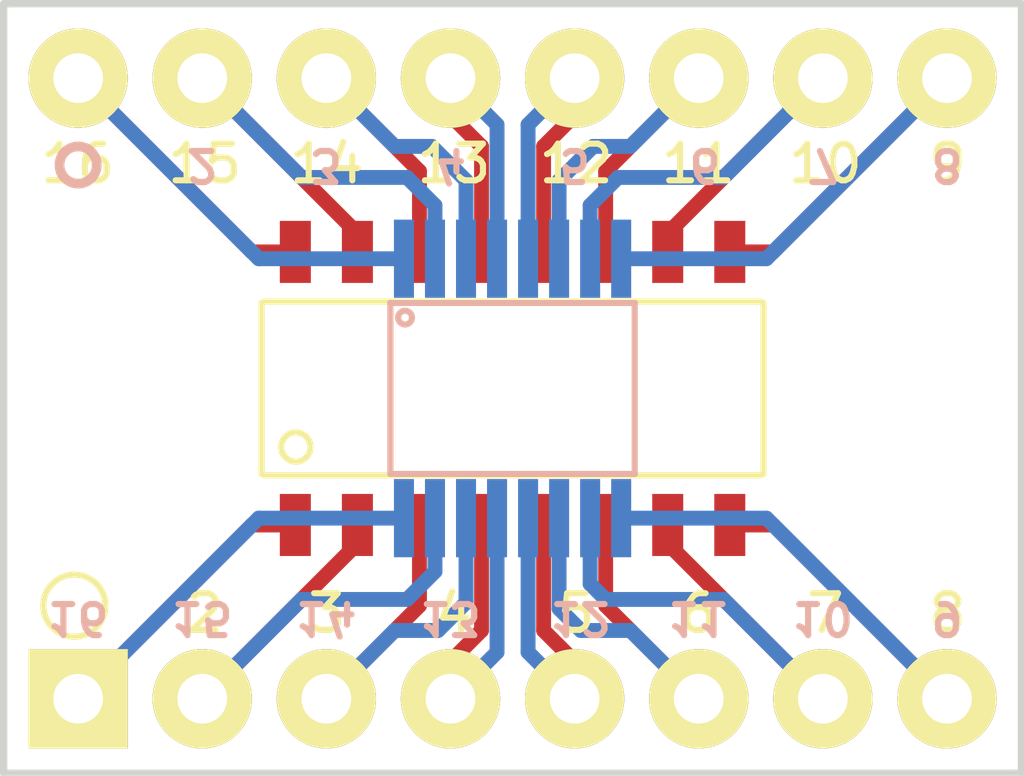
<source format=kicad_pcb>
(kicad_pcb (version 4) (host pcbnew 4.0.4-stable)

  (general
    (links 32)
    (no_connects 0)
    (area 136.830999 97.460999 157.809001 113.359001)
    (thickness 1.6002)
    (drawings 21)
    (tracks 88)
    (zones 0)
    (modules 3)
    (nets 17)
  )

  (page A4)
  (layers
    (0 Top signal)
    (31 Bottom signal)
    (34 B.Paste user)
    (35 F.Paste user)
    (36 B.SilkS user)
    (37 F.SilkS user)
    (38 B.Mask user)
    (39 F.Mask user)
    (44 Edge.Cuts user)
  )

  (setup
    (last_trace_width 0.3048)
    (user_trace_width 0.2032)
    (user_trace_width 0.3048)
    (user_trace_width 0.381)
    (user_trace_width 0.508)
    (trace_clearance 0.1524)
    (zone_clearance 0.254)
    (zone_45_only no)
    (trace_min 0.1524)
    (segment_width 0.2)
    (edge_width 0.15)
    (via_size 0.6858)
    (via_drill 0.3302)
    (via_min_size 0.6858)
    (via_min_drill 0.28702)
    (uvia_size 0.762)
    (uvia_drill 0.6858)
    (uvias_allowed no)
    (uvia_min_size 0)
    (uvia_min_drill 0)
    (pcb_text_width 0.3)
    (pcb_text_size 1.5 1.5)
    (mod_edge_width 0.15)
    (mod_text_size 1 1)
    (mod_text_width 0.15)
    (pad_size 1.524 1.524)
    (pad_drill 0.762)
    (pad_to_mask_clearance 0.0127)
    (aux_axis_origin 0 0)
    (visible_elements FFFFF77F)
    (pcbplotparams
      (layerselection 0x010f0_80000001)
      (usegerberextensions false)
      (excludeedgelayer true)
      (linewidth 0.100000)
      (plotframeref false)
      (viasonmask true)
      (mode 1)
      (useauxorigin false)
      (hpglpennumber 1)
      (hpglpenspeed 20)
      (hpglpendiameter 15)
      (hpglpenoverlay 2)
      (psnegative false)
      (psa4output false)
      (plotreference true)
      (plotvalue true)
      (plotinvisibletext false)
      (padsonsilk false)
      (subtractmaskfromsilk false)
      (outputformat 1)
      (mirror false)
      (drillshape 0)
      (scaleselection 1)
      (outputdirectory Gerbers/))
  )

  (net 0 "")
  (net 1 "Net-(P1-Pad9)")
  (net 2 "Net-(P1-Pad11)")
  (net 3 "Net-(P1-Pad10)")
  (net 4 "Net-(P1-Pad12)")
  (net 5 "Net-(P1-Pad5)")
  (net 6 "Net-(P1-Pad3)")
  (net 7 "Net-(P1-Pad4)")
  (net 8 "Net-(P1-Pad1)")
  (net 9 "Net-(P1-Pad7)")
  (net 10 "Net-(P1-Pad6)")
  (net 11 "Net-(P1-Pad2)")
  (net 12 "Net-(P1-Pad8)")
  (net 13 "Net-(P1-Pad15)")
  (net 14 "Net-(P1-Pad14)")
  (net 15 "Net-(P1-Pad13)")
  (net 16 "Net-(P1-Pad16)")

  (net_class Default "This is the default net class."
    (clearance 0.1524)
    (trace_width 0.1524)
    (via_dia 0.6858)
    (via_drill 0.3302)
    (uvia_dia 0.762)
    (uvia_drill 0.6858)
    (add_net "Net-(P1-Pad1)")
    (add_net "Net-(P1-Pad10)")
    (add_net "Net-(P1-Pad11)")
    (add_net "Net-(P1-Pad12)")
    (add_net "Net-(P1-Pad13)")
    (add_net "Net-(P1-Pad14)")
    (add_net "Net-(P1-Pad15)")
    (add_net "Net-(P1-Pad16)")
    (add_net "Net-(P1-Pad2)")
    (add_net "Net-(P1-Pad3)")
    (add_net "Net-(P1-Pad4)")
    (add_net "Net-(P1-Pad5)")
    (add_net "Net-(P1-Pad6)")
    (add_net "Net-(P1-Pad7)")
    (add_net "Net-(P1-Pad8)")
    (add_net "Net-(P1-Pad9)")
  )

  (module Purple_Frog_Breakouts:BO_BOARD_16 (layer Top) (tedit 57D08C03) (tstamp 57D09079)
    (at 147.32 105.41)
    (descr BO_Board_16_Pin)
    (tags Breakout,16,pin,SOIC)
    (path /57D03DA3)
    (fp_text reference P1 (at -0.1 -2.7) (layer F.SilkS) hide
      (effects (font (size 1.016 1.016) (thickness 0.1016)))
    )
    (fp_text value Connector_8x2 (at 0 0) (layer F.SilkS) hide
      (effects (font (size 1.016 1.016) (thickness 0.1016)))
    )
    (fp_text user 16 (at -8.9 -4.6) (layer F.SilkS)
      (effects (font (size 0.75 0.78) (thickness 0.125)))
    )
    (fp_text user 15 (at -6.3 -4.6) (layer F.SilkS)
      (effects (font (size 0.75 0.78) (thickness 0.125)))
    )
    (fp_text user 14 (at -3.8 -4.6) (layer F.SilkS)
      (effects (font (size 0.75 0.78) (thickness 0.125)))
    )
    (fp_text user 13 (at -1.2 -4.6) (layer F.SilkS)
      (effects (font (size 0.75 0.78) (thickness 0.125)))
    )
    (fp_text user 12 (at 1.3 -4.6) (layer F.SilkS)
      (effects (font (size 0.75 0.78) (thickness 0.125)))
    )
    (fp_text user 9 (at 8.9 -4.6) (layer F.SilkS)
      (effects (font (size 0.75 0.78) (thickness 0.125)))
    )
    (fp_text user 10 (at 6.4 -4.6) (layer F.SilkS)
      (effects (font (size 0.75 0.78) (thickness 0.125)))
    )
    (fp_text user 11 (at 3.8 -4.6) (layer F.SilkS)
      (effects (font (size 0.75 0.78) (thickness 0.125)))
    )
    (fp_text user 6 (at 3.8 4.6) (layer F.SilkS)
      (effects (font (size 0.75 0.78) (thickness 0.125)))
    )
    (fp_text user 7 (at 6.4 4.6) (layer F.SilkS)
      (effects (font (size 0.75 0.78) (thickness 0.125)))
    )
    (fp_text user 8 (at 8.9 4.6) (layer F.SilkS)
      (effects (font (size 0.75 0.78) (thickness 0.125)))
    )
    (fp_text user 5 (at 1.3 4.6) (layer F.SilkS)
      (effects (font (size 0.75 0.78) (thickness 0.125)))
    )
    (fp_text user 4 (at -1.2 4.6) (layer F.SilkS)
      (effects (font (size 0.75 0.78) (thickness 0.125)))
    )
    (fp_text user 3 (at -3.8 4.6) (layer F.SilkS)
      (effects (font (size 0.75 0.78) (thickness 0.125)))
    )
    (fp_text user 2 (at -6.3 4.6) (layer F.SilkS)
      (effects (font (size 0.75 0.78) (thickness 0.125)))
    )
    (fp_circle (center -8.967 4.445) (end -8.459 4.064) (layer F.SilkS) (width 0.127))
    (pad 9 thru_hole circle (at 8.89 -6.35) (size 2.032 2.032) (drill 1.016) (layers *.Cu *.Mask F.SilkS)
      (net 1 "Net-(P1-Pad9)"))
    (pad 11 thru_hole circle (at 3.81 -6.35) (size 2.032 2.032) (drill 1.016) (layers *.Cu *.Mask F.SilkS)
      (net 2 "Net-(P1-Pad11)"))
    (pad 10 thru_hole circle (at 6.35 -6.35) (size 2.032 2.032) (drill 1.016) (layers *.Cu *.Mask F.SilkS)
      (net 3 "Net-(P1-Pad10)"))
    (pad 12 thru_hole circle (at 1.27 -6.35) (size 2.032 2.032) (drill 1.016) (layers *.Cu *.Mask F.SilkS)
      (net 4 "Net-(P1-Pad12)"))
    (pad 5 thru_hole circle (at 1.27 6.35) (size 2.032 2.032) (drill 1.016) (layers *.Cu *.Mask F.SilkS)
      (net 5 "Net-(P1-Pad5)"))
    (pad 3 thru_hole circle (at -3.81 6.35) (size 2.032 2.032) (drill 1.016) (layers *.Cu *.Mask F.SilkS)
      (net 6 "Net-(P1-Pad3)"))
    (pad 4 thru_hole circle (at -1.27 6.35) (size 2.032 2.032) (drill 1.016) (layers *.Cu *.Mask F.SilkS)
      (net 7 "Net-(P1-Pad4)"))
    (pad 1 thru_hole rect (at -8.89 6.35) (size 2.032 2.032) (drill 1.016) (layers *.Cu *.Mask F.SilkS)
      (net 8 "Net-(P1-Pad1)"))
    (pad 7 thru_hole circle (at 6.35 6.35) (size 2.032 2.032) (drill 1.016) (layers *.Cu *.Mask F.SilkS)
      (net 9 "Net-(P1-Pad7)"))
    (pad 6 thru_hole circle (at 3.81 6.35) (size 2.032 2.032) (drill 1.016) (layers *.Cu *.Mask F.SilkS)
      (net 10 "Net-(P1-Pad6)"))
    (pad 2 thru_hole circle (at -6.35 6.35) (size 2.032 2.032) (drill 1.016) (layers *.Cu *.Mask F.SilkS)
      (net 11 "Net-(P1-Pad2)"))
    (pad 8 thru_hole circle (at 8.89 6.35) (size 2.032 2.032) (drill 1.016) (layers *.Cu *.Mask F.SilkS)
      (net 12 "Net-(P1-Pad8)"))
    (pad 15 thru_hole circle (at -6.35 -6.35) (size 2.032 2.032) (drill 1.016) (layers *.Cu *.Mask F.SilkS)
      (net 13 "Net-(P1-Pad15)"))
    (pad 14 thru_hole circle (at -3.81 -6.35) (size 2.032 2.032) (drill 1.016) (layers *.Cu *.Mask F.SilkS)
      (net 14 "Net-(P1-Pad14)"))
    (pad 13 thru_hole circle (at -1.27 -6.35) (size 2.032 2.032) (drill 1.016) (layers *.Cu *.Mask F.SilkS)
      (net 15 "Net-(P1-Pad13)"))
    (pad 16 thru_hole circle (at -8.89 -6.35) (size 2.032 2.032) (drill 1.016) (layers *.Cu *.Mask F.SilkS)
      (net 16 "Net-(P1-Pad16)"))
  )

  (module Purple_Frog_SMD:SOIC_16 (layer Top) (tedit 57D0E22C) (tstamp 57D0908D)
    (at 147.32 105.41)
    (descr SOIC_16)
    (path /57D049C1)
    (fp_text reference U1 (at 0 -0.381) (layer F.SilkS) hide
      (effects (font (size 1.016 1.016) (thickness 0.0508)))
    )
    (fp_text value MCP3x08 (at 0 0) (layer F.SilkS) hide
      (effects (font (size 0.75 0.75) (thickness 0.0508)))
    )
    (fp_line (start -5.08 1.778) (end 5.08 1.778) (layer F.SilkS) (width 0.127))
    (fp_line (start -5.08 -1.778) (end 5.08 -1.778) (layer F.SilkS) (width 0.127))
    (fp_circle (center -4.43484 1.19888) (end -4.13512 1.19888) (layer F.SilkS) (width 0.127))
    (fp_line (start -5.13588 1.75006) (end -5.13588 -1.75006) (layer F.SilkS) (width 0.127))
    (fp_line (start 5.13588 -1.75006) (end 5.13588 1.75006) (layer F.SilkS) (width 0.127))
    (pad 16 smd rect (at -4.445 -2.794) (size 0.635 1.27) (layers Top F.Paste F.Mask)
      (net 16 "Net-(P1-Pad16)"))
    (pad 15 smd rect (at -3.175 -2.794) (size 0.635 1.27) (layers Top F.Paste F.Mask)
      (net 13 "Net-(P1-Pad15)"))
    (pad 8 smd rect (at 4.445 2.794) (size 0.635 1.27) (layers Top F.Paste F.Mask)
      (net 12 "Net-(P1-Pad8)"))
    (pad 1 smd rect (at -4.445 2.794) (size 0.635 1.27) (layers Top F.Paste F.Mask)
      (net 8 "Net-(P1-Pad1)"))
    (pad 2 smd rect (at -3.175 2.794) (size 0.635 1.27) (layers Top F.Paste F.Mask)
      (net 11 "Net-(P1-Pad2)"))
    (pad 3 smd rect (at -1.905 2.794) (size 0.635 1.27) (layers Top F.Paste F.Mask)
      (net 6 "Net-(P1-Pad3)"))
    (pad 4 smd rect (at -0.635 2.794) (size 0.635 1.27) (layers Top F.Paste F.Mask)
      (net 7 "Net-(P1-Pad4)"))
    (pad 5 smd rect (at 0.635 2.794) (size 0.635 1.27) (layers Top F.Paste F.Mask)
      (net 5 "Net-(P1-Pad5)"))
    (pad 6 smd rect (at 1.905 2.794) (size 0.635 1.27) (layers Top F.Paste F.Mask)
      (net 10 "Net-(P1-Pad6)"))
    (pad 7 smd rect (at 3.175 2.794) (size 0.635 1.27) (layers Top F.Paste F.Mask)
      (net 9 "Net-(P1-Pad7)"))
    (pad 9 smd rect (at 4.445 -2.794) (size 0.635 1.27) (layers Top F.Paste F.Mask)
      (net 1 "Net-(P1-Pad9)"))
    (pad 10 smd rect (at 3.175 -2.794) (size 0.635 1.27) (layers Top F.Paste F.Mask)
      (net 3 "Net-(P1-Pad10)"))
    (pad 11 smd rect (at 1.905 -2.794) (size 0.635 1.27) (layers Top F.Paste F.Mask)
      (net 2 "Net-(P1-Pad11)"))
    (pad 12 smd rect (at 0.635 -2.794) (size 0.635 1.27) (layers Top F.Paste F.Mask)
      (net 4 "Net-(P1-Pad12)"))
    (pad 13 smd rect (at -0.635 -2.794) (size 0.635 1.27) (layers Top F.Paste F.Mask)
      (net 15 "Net-(P1-Pad13)"))
    (pad 14 smd rect (at -1.905 -2.794) (size 0.635 1.27) (layers Top F.Paste F.Mask)
      (net 14 "Net-(P1-Pad14)"))
    (model smd/smd_dil/so-14.wrl
      (at (xyz 0 0 0))
      (scale (xyz 1 1 1))
      (rotate (xyz 0 0 0))
    )
  )

  (module Purple_Frog_SMD:SSOP_16 (layer Bottom) (tedit 57D0E31E) (tstamp 57D090A1)
    (at 147.32 105.41 270)
    (descr "16-Lead Plastic Shrink Small Outline Narrow Body (QR)-.150\" Body [QSOP] (see Microchip Packaging Specification 00000049BS.pdf)")
    (tags "SSOP 0.635")
    (path /57D04D28)
    (attr smd)
    (fp_text reference U2 (at 0 0 540) (layer B.SilkS) hide
      (effects (font (size 1 1) (thickness 0.15)) (justify mirror))
    )
    (fp_text value MCP3x08 (at 0 -3.5 270) (layer B.SilkS) hide
      (effects (font (size 1 1) (thickness 0.15)) (justify mirror))
    )
    (fp_circle (center -1.45 2.2) (end -1.35 2.1) (layer B.SilkS) (width 0.127))
    (fp_line (start -1.75 2.5) (end 1.75 2.5) (layer B.SilkS) (width 0.127))
    (fp_line (start 1.75 2.5) (end 1.75 -2.5) (layer B.SilkS) (width 0.127))
    (fp_line (start 1.75 -2.5) (end -1.75 -2.5) (layer B.SilkS) (width 0.127))
    (fp_line (start -1.75 -2.5) (end -1.75 2.5) (layer B.SilkS) (width 0.127))
    (pad 1 smd rect (at -2.6543 2.2225 270) (size 1.6 0.41) (layers Bottom B.Paste B.Mask)
      (net 16 "Net-(P1-Pad16)"))
    (pad 2 smd rect (at -2.6543 1.5875 270) (size 1.6 0.41) (layers Bottom B.Paste B.Mask)
      (net 13 "Net-(P1-Pad15)"))
    (pad 3 smd rect (at -2.6543 0.9525 270) (size 1.6 0.41) (layers Bottom B.Paste B.Mask)
      (net 14 "Net-(P1-Pad14)"))
    (pad 4 smd rect (at -2.6543 0.3175 270) (size 1.6 0.41) (layers Bottom B.Paste B.Mask)
      (net 15 "Net-(P1-Pad13)"))
    (pad 5 smd rect (at -2.6543 -0.3175 270) (size 1.6 0.41) (layers Bottom B.Paste B.Mask)
      (net 4 "Net-(P1-Pad12)"))
    (pad 6 smd rect (at -2.6543 -0.9525 270) (size 1.6 0.41) (layers Bottom B.Paste B.Mask)
      (net 2 "Net-(P1-Pad11)"))
    (pad 7 smd rect (at -2.6543 -1.5875 270) (size 1.6 0.41) (layers Bottom B.Paste B.Mask)
      (net 3 "Net-(P1-Pad10)"))
    (pad 8 smd rect (at -2.6543 -2.2225 270) (size 1.6 0.41) (layers Bottom B.Paste B.Mask)
      (net 1 "Net-(P1-Pad9)"))
    (pad 9 smd rect (at 2.6543 -2.2225 270) (size 1.6 0.41) (layers Bottom B.Paste B.Mask)
      (net 12 "Net-(P1-Pad8)"))
    (pad 10 smd rect (at 2.6543 -1.5875 270) (size 1.6 0.41) (layers Bottom B.Paste B.Mask)
      (net 9 "Net-(P1-Pad7)"))
    (pad 11 smd rect (at 2.6543 -0.9525 270) (size 1.6 0.41) (layers Bottom B.Paste B.Mask)
      (net 10 "Net-(P1-Pad6)"))
    (pad 12 smd rect (at 2.6543 -0.3175 270) (size 1.6 0.41) (layers Bottom B.Paste B.Mask)
      (net 5 "Net-(P1-Pad5)"))
    (pad 13 smd rect (at 2.6543 0.3175 270) (size 1.6 0.41) (layers Bottom B.Paste B.Mask)
      (net 7 "Net-(P1-Pad4)"))
    (pad 14 smd rect (at 2.6543 0.9525 270) (size 1.6 0.41) (layers Bottom B.Paste B.Mask)
      (net 6 "Net-(P1-Pad3)"))
    (pad 15 smd rect (at 2.6543 1.5875 270) (size 1.6 0.41) (layers Bottom B.Paste B.Mask)
      (net 11 "Net-(P1-Pad2)"))
    (pad 16 smd rect (at 2.6543 2.2225 270) (size 1.6 0.41) (layers Bottom B.Paste B.Mask)
      (net 8 "Net-(P1-Pad1)"))
    (model Housings_SSOP.3dshapes/QSOP-16_3.9x4.9mm_Pitch0.635mm.wrl
      (at (xyz 0 0 0))
      (scale (xyz 1 1 1))
      (rotate (xyz 0 0 0))
    )
  )

  (gr_line (start 136.906 97.536) (end 137.033 97.536) (angle 90) (layer Edge.Cuts) (width 0.15))
  (gr_line (start 136.906 113.284) (end 136.906 97.536) (angle 90) (layer Edge.Cuts) (width 0.15))
  (gr_line (start 157.734 113.284) (end 136.906 113.284) (angle 90) (layer Edge.Cuts) (width 0.15))
  (gr_line (start 157.734 97.536) (end 157.734 113.284) (angle 90) (layer Edge.Cuts) (width 0.15))
  (gr_line (start 136.906 97.536) (end 157.734 97.536) (angle 90) (layer Edge.Cuts) (width 0.15))
  (gr_text 16 (at 138.43 110.109 180) (layer B.SilkS)
    (effects (font (size 0.635 0.635) (thickness 0.127)) (justify mirror))
  )
  (gr_text 15 (at 140.97 110.109 180) (layer B.SilkS)
    (effects (font (size 0.635 0.635) (thickness 0.127)) (justify mirror))
  )
  (gr_text 14 (at 143.51 110.109 180) (layer B.SilkS)
    (effects (font (size 0.635 0.635) (thickness 0.127)) (justify mirror))
  )
  (gr_text 13 (at 146.05 110.109 180) (layer B.SilkS)
    (effects (font (size 0.635 0.635) (thickness 0.127)) (justify mirror))
  )
  (gr_text 12 (at 148.717 110.109 180) (layer B.SilkS)
    (effects (font (size 0.635 0.635) (thickness 0.127)) (justify mirror))
  )
  (gr_text 11 (at 151.13 110.109 180) (layer B.SilkS)
    (effects (font (size 0.635 0.635) (thickness 0.127)) (justify mirror))
  )
  (gr_text 10 (at 153.67 110.109 180) (layer B.SilkS)
    (effects (font (size 0.635 0.635) (thickness 0.127)) (justify mirror))
  )
  (gr_text 9 (at 156.21 110.109 180) (layer B.SilkS)
    (effects (font (size 0.635 0.635) (thickness 0.127)) (justify mirror))
  )
  (gr_text 8 (at 156.21 100.838 180) (layer B.SilkS)
    (effects (font (size 0.635 0.635) (thickness 0.127)) (justify mirror))
  )
  (gr_text 7 (at 153.67 100.838 180) (layer B.SilkS)
    (effects (font (size 0.635 0.635) (thickness 0.127)) (justify mirror))
  )
  (gr_text 6 (at 151.257 100.838 180) (layer B.SilkS)
    (effects (font (size 0.635 0.635) (thickness 0.127)) (justify mirror))
  )
  (gr_text 5 (at 148.59 100.838 180) (layer B.SilkS)
    (effects (font (size 0.635 0.635) (thickness 0.127)) (justify mirror))
  )
  (gr_text 4 (at 146.05 100.838 180) (layer B.SilkS)
    (effects (font (size 0.635 0.635) (thickness 0.127)) (justify mirror))
  )
  (gr_text 3 (at 143.51 100.838 180) (layer B.SilkS)
    (effects (font (size 0.635 0.635) (thickness 0.127)) (justify mirror))
  )
  (gr_text 2 (at 140.97 100.838 180) (layer B.SilkS)
    (effects (font (size 0.635 0.635) (thickness 0.127)) (justify mirror))
  )
  (gr_circle (center 138.43 100.838) (end 138.43 101.219) (layer B.SilkS) (width 0.2))

  (segment (start 149.5425 102.7557) (end 152.5143 102.7557) (width 0.3048) (layer Bottom) (net 1))
  (segment (start 152.5143 102.7557) (end 156.21 99.06) (width 0.3048) (layer Bottom) (net 1) (tstamp 57D0E50D))
  (segment (start 152.654 102.616) (end 156.21 99.06) (width 0.3048) (layer Top) (net 1) (tstamp 57D0E03F))
  (segment (start 151.765 102.616) (end 152.654 102.616) (width 0.3048) (layer Top) (net 1))
  (segment (start 148.2725 102.7557) (end 148.2725 101.1555) (width 0.3048) (layer Bottom) (net 2))
  (segment (start 149.733 100.457) (end 151.13 99.06) (width 0.3048) (layer Bottom) (net 2) (tstamp 57D0E531))
  (segment (start 148.971 100.457) (end 149.733 100.457) (width 0.3048) (layer Bottom) (net 2) (tstamp 57D0E528))
  (segment (start 148.2725 101.1555) (end 148.971 100.457) (width 0.3048) (layer Bottom) (net 2) (tstamp 57D0E525))
  (segment (start 149.225 102.616) (end 149.225 100.965) (width 0.3048) (layer Top) (net 2))
  (segment (start 149.225 100.965) (end 151.13 99.06) (width 0.3048) (layer Top) (net 2) (tstamp 57D0E025))
  (segment (start 151.13 99.568) (end 151.13 99.06) (width 0.2032) (layer Top) (net 2) (tstamp 57D09426))
  (segment (start 148.9075 102.7557) (end 148.9075 101.6635) (width 0.3048) (layer Bottom) (net 3))
  (segment (start 151.638 101.092) (end 153.67 99.06) (width 0.3048) (layer Bottom) (net 3) (tstamp 57D0E54C))
  (segment (start 149.479 101.092) (end 151.638 101.092) (width 0.3048) (layer Bottom) (net 3) (tstamp 57D0E548))
  (segment (start 148.9075 101.6635) (end 149.479 101.092) (width 0.3048) (layer Bottom) (net 3) (tstamp 57D0E546))
  (segment (start 150.495 102.616) (end 150.495 102.235) (width 0.3048) (layer Top) (net 3))
  (segment (start 150.495 102.235) (end 153.67 99.06) (width 0.3048) (layer Top) (net 3) (tstamp 57D0E033))
  (segment (start 147.6375 102.7557) (end 147.6375 100.0125) (width 0.3048) (layer Bottom) (net 4))
  (segment (start 147.6375 100.0125) (end 148.59 99.06) (width 0.3048) (layer Bottom) (net 4) (tstamp 57D0E489))
  (segment (start 147.955 102.616) (end 147.955 100.457) (width 0.3048) (layer Top) (net 4))
  (segment (start 147.955 100.457) (end 148.59 99.822) (width 0.3048) (layer Top) (net 4) (tstamp 57D0E013))
  (segment (start 148.59 99.822) (end 148.59 99.06) (width 0.3048) (layer Top) (net 4) (tstamp 57D0E016))
  (segment (start 147.955 102.616) (end 147.955 102.235) (width 0.2032) (layer Top) (net 4))
  (segment (start 147.6375 108.0643) (end 147.6375 110.8075) (width 0.3048) (layer Bottom) (net 5))
  (segment (start 147.6375 110.8075) (end 148.59 111.76) (width 0.3048) (layer Bottom) (net 5) (tstamp 57D0E483))
  (segment (start 147.955 108.204) (end 147.955 110.363) (width 0.3048) (layer Top) (net 5))
  (segment (start 147.955 110.363) (end 148.59 110.998) (width 0.3048) (layer Top) (net 5) (tstamp 57D0E07F))
  (segment (start 148.59 110.998) (end 148.59 111.76) (width 0.3048) (layer Top) (net 5) (tstamp 57D0E083))
  (segment (start 146.3675 108.0643) (end 146.3675 109.7915) (width 0.3048) (layer Bottom) (net 6))
  (segment (start 144.907 110.363) (end 143.51 111.76) (width 0.3048) (layer Bottom) (net 6) (tstamp 57D0E496))
  (segment (start 145.796 110.363) (end 144.907 110.363) (width 0.3048) (layer Bottom) (net 6) (tstamp 57D0E490))
  (segment (start 146.3675 109.7915) (end 145.796 110.363) (width 0.3048) (layer Bottom) (net 6) (tstamp 57D0E48F))
  (segment (start 145.415 108.204) (end 145.415 109.855) (width 0.3048) (layer Top) (net 6))
  (segment (start 145.415 109.855) (end 143.51 111.76) (width 0.3048) (layer Top) (net 6) (tstamp 57D0E06F))
  (segment (start 147.0025 108.0643) (end 147.0025 110.8075) (width 0.3048) (layer Bottom) (net 7))
  (segment (start 147.0025 110.8075) (end 146.05 111.76) (width 0.3048) (layer Bottom) (net 7) (tstamp 57D0E486))
  (segment (start 146.685 108.204) (end 146.685 110.363) (width 0.3048) (layer Top) (net 7))
  (segment (start 146.685 110.363) (end 146.05 110.998) (width 0.3048) (layer Top) (net 7) (tstamp 57D0E09C))
  (segment (start 146.05 110.998) (end 146.05 111.76) (width 0.3048) (layer Top) (net 7) (tstamp 57D0E09F))
  (segment (start 146.05 111.125) (end 146.05 111.76) (width 0.3048) (layer Top) (net 7) (tstamp 57D0E07C))
  (segment (start 145.0975 108.0643) (end 142.1257 108.0643) (width 0.3048) (layer Bottom) (net 8))
  (segment (start 142.1257 108.0643) (end 138.43 111.76) (width 0.3048) (layer Bottom) (net 8) (tstamp 57D0E4F8))
  (segment (start 142.875 108.204) (end 141.986 108.204) (width 0.3048) (layer Top) (net 8))
  (segment (start 141.986 108.204) (end 138.43 111.76) (width 0.3048) (layer Top) (net 8) (tstamp 57D0E04F))
  (segment (start 148.9075 108.0643) (end 148.9075 109.4105) (width 0.3048) (layer Bottom) (net 9))
  (segment (start 151.638 109.728) (end 153.67 111.76) (width 0.3048) (layer Bottom) (net 9) (tstamp 57D0E4EF))
  (segment (start 149.225 109.728) (end 151.638 109.728) (width 0.3048) (layer Bottom) (net 9) (tstamp 57D0E4DE))
  (segment (start 148.9075 109.4105) (end 149.225 109.728) (width 0.3048) (layer Bottom) (net 9) (tstamp 57D0E4CB))
  (segment (start 150.495 108.204) (end 150.495 108.585) (width 0.3048) (layer Top) (net 9))
  (segment (start 150.495 108.585) (end 153.67 111.76) (width 0.3048) (layer Top) (net 9) (tstamp 57D0E065))
  (segment (start 148.2725 108.0643) (end 148.2725 109.9185) (width 0.3048) (layer Bottom) (net 10))
  (segment (start 149.733 110.363) (end 151.13 111.76) (width 0.3048) (layer Bottom) (net 10) (tstamp 57D0E4B5))
  (segment (start 148.717 110.363) (end 149.733 110.363) (width 0.3048) (layer Bottom) (net 10) (tstamp 57D0E4A4))
  (segment (start 148.2725 109.9185) (end 148.717 110.363) (width 0.3048) (layer Bottom) (net 10) (tstamp 57D0E49F))
  (segment (start 149.225 108.204) (end 149.225 109.855) (width 0.3048) (layer Top) (net 10))
  (segment (start 149.225 109.855) (end 151.13 111.76) (width 0.3048) (layer Top) (net 10) (tstamp 57D0E074))
  (segment (start 145.7325 108.0643) (end 145.7325 109.1565) (width 0.3048) (layer Bottom) (net 11))
  (segment (start 143.002 109.728) (end 140.97 111.76) (width 0.3048) (layer Bottom) (net 11) (tstamp 57D0E4C7))
  (segment (start 145.161 109.728) (end 143.002 109.728) (width 0.3048) (layer Bottom) (net 11) (tstamp 57D0E4C3))
  (segment (start 145.7325 109.1565) (end 145.161 109.728) (width 0.3048) (layer Bottom) (net 11) (tstamp 57D0E4C0))
  (segment (start 144.145 108.204) (end 144.145 108.585) (width 0.3048) (layer Top) (net 11))
  (segment (start 144.145 108.585) (end 140.97 111.76) (width 0.3048) (layer Top) (net 11) (tstamp 57D0E05C))
  (segment (start 151.765 108.204) (end 152.654 108.204) (width 0.3048) (layer Top) (net 12))
  (segment (start 152.654 108.204) (end 156.21 111.76) (width 0.3048) (layer Top) (net 12) (tstamp 57D0E055))
  (segment (start 149.5425 108.0643) (end 152.5143 108.0643) (width 0.3048) (layer Bottom) (net 12))
  (segment (start 152.5143 108.0643) (end 156.21 111.76) (width 0.3048) (layer Bottom) (net 12) (tstamp 57D0E500))
  (segment (start 145.7325 102.7557) (end 145.7325 101.6635) (width 0.3048) (layer Bottom) (net 13))
  (segment (start 143.002 101.092) (end 140.97 99.06) (width 0.3048) (layer Bottom) (net 13) (tstamp 57D0E53F))
  (segment (start 145.161 101.092) (end 143.002 101.092) (width 0.3048) (layer Bottom) (net 13) (tstamp 57D0E53C))
  (segment (start 145.7325 101.6635) (end 145.161 101.092) (width 0.3048) (layer Bottom) (net 13) (tstamp 57D0E537))
  (segment (start 144.145 102.616) (end 144.145 102.235) (width 0.3048) (layer Top) (net 13))
  (segment (start 144.145 102.235) (end 140.97 99.06) (width 0.3048) (layer Top) (net 13) (tstamp 57D0E03A))
  (segment (start 146.3675 102.7557) (end 146.3675 101.1555) (width 0.3048) (layer Bottom) (net 14))
  (segment (start 144.907 100.457) (end 143.51 99.06) (width 0.3048) (layer Bottom) (net 14) (tstamp 57D0E522))
  (segment (start 145.669 100.457) (end 144.907 100.457) (width 0.3048) (layer Bottom) (net 14) (tstamp 57D0E51F))
  (segment (start 146.3675 101.1555) (end 145.669 100.457) (width 0.3048) (layer Bottom) (net 14) (tstamp 57D0E514))
  (segment (start 145.415 102.616) (end 145.415 100.965) (width 0.3048) (layer Top) (net 14))
  (segment (start 145.415 100.965) (end 143.51 99.06) (width 0.3048) (layer Top) (net 14) (tstamp 57D0E01C))
  (segment (start 145.415 102.616) (end 145.415 102.235) (width 0.2032) (layer Top) (net 14))
  (segment (start 147.0025 102.7557) (end 147.0025 100.0125) (width 0.3048) (layer Bottom) (net 15))
  (segment (start 147.0025 100.0125) (end 146.05 99.06) (width 0.3048) (layer Bottom) (net 15) (tstamp 57D0E48C))
  (segment (start 146.685 102.616) (end 146.685 100.457) (width 0.3048) (layer Top) (net 15))
  (segment (start 146.685 100.457) (end 146.05 99.822) (width 0.3048) (layer Top) (net 15) (tstamp 57D0E008))
  (segment (start 146.05 99.822) (end 146.05 99.06) (width 0.3048) (layer Top) (net 15) (tstamp 57D0E00F))
  (segment (start 145.0975 102.7557) (end 142.1257 102.7557) (width 0.3048) (layer Bottom) (net 16))
  (segment (start 142.1257 102.7557) (end 138.43 99.06) (width 0.3048) (layer Bottom) (net 16) (tstamp 57D0E506))
  (segment (start 142.875 102.616) (end 141.986 102.616) (width 0.3048) (layer Top) (net 16))
  (segment (start 141.986 102.616) (end 138.43 99.06) (width 0.3048) (layer Top) (net 16) (tstamp 57D0E046))

)

</source>
